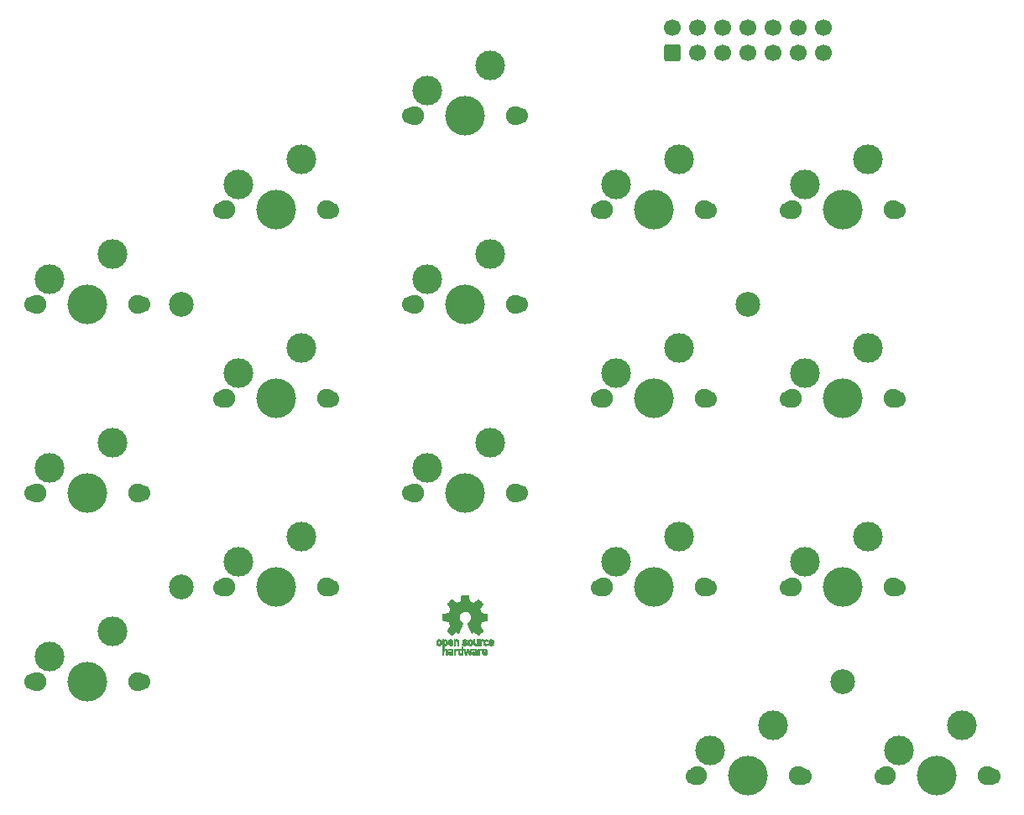
<source format=gts>
%TF.GenerationSoftware,KiCad,Pcbnew,(6.0.4-0)*%
%TF.CreationDate,2022-03-28T14:08:22+08:00*%
%TF.ProjectId,Pragmatic,50726167-6d61-4746-9963-2e6b69636164,3*%
%TF.SameCoordinates,PX5ad6650PY48ab840*%
%TF.FileFunction,Soldermask,Top*%
%TF.FilePolarity,Negative*%
%FSLAX46Y46*%
G04 Gerber Fmt 4.6, Leading zero omitted, Abs format (unit mm)*
G04 Created by KiCad (PCBNEW (6.0.4-0)) date 2022-03-28 14:08:22*
%MOMM*%
%LPD*%
G01*
G04 APERTURE LIST*
G04 Aperture macros list*
%AMRoundRect*
0 Rectangle with rounded corners*
0 $1 Rounding radius*
0 $2 $3 $4 $5 $6 $7 $8 $9 X,Y pos of 4 corners*
0 Add a 4 corners polygon primitive as box body*
4,1,4,$2,$3,$4,$5,$6,$7,$8,$9,$2,$3,0*
0 Add four circle primitives for the rounded corners*
1,1,$1+$1,$2,$3*
1,1,$1+$1,$4,$5*
1,1,$1+$1,$6,$7*
1,1,$1+$1,$8,$9*
0 Add four rect primitives between the rounded corners*
20,1,$1+$1,$2,$3,$4,$5,0*
20,1,$1+$1,$4,$5,$6,$7,0*
20,1,$1+$1,$6,$7,$8,$9,0*
20,1,$1+$1,$8,$9,$2,$3,0*%
G04 Aperture macros list end*
%ADD10C,0.010000*%
%ADD11C,1.701800*%
%ADD12C,1.900000*%
%ADD13C,3.000000*%
%ADD14C,4.000000*%
%ADD15C,2.500000*%
%ADD16RoundRect,0.250000X0.600000X-0.600000X0.600000X0.600000X-0.600000X0.600000X-0.600000X-0.600000X0*%
%ADD17C,1.700000*%
G04 APERTURE END LIST*
G36*
X990237Y-34043305D02*
G01*
X991425Y-34135526D01*
X995767Y-34205573D01*
X1004428Y-34256344D01*
X1018574Y-34290735D01*
X1039370Y-34311642D01*
X1067980Y-34321963D01*
X1103405Y-34324599D01*
X1140506Y-34321645D01*
X1168688Y-34310852D01*
X1189113Y-34289323D01*
X1202949Y-34254162D01*
X1211361Y-34202473D01*
X1215513Y-34131357D01*
X1216573Y-34043305D01*
X1216573Y-33847577D01*
X1354890Y-33847577D01*
X1354890Y-34451142D01*
X1285732Y-34451142D01*
X1244040Y-34449452D01*
X1222571Y-34443519D01*
X1216573Y-34432256D01*
X1212961Y-34422224D01*
X1198584Y-34424346D01*
X1169606Y-34438543D01*
X1103189Y-34460443D01*
X1032745Y-34458891D01*
X965247Y-34435110D01*
X933103Y-34416325D01*
X908585Y-34395985D01*
X890674Y-34370536D01*
X878349Y-34336421D01*
X870593Y-34290084D01*
X866386Y-34227970D01*
X864710Y-34146524D01*
X864494Y-34083541D01*
X864494Y-33847577D01*
X990237Y-33847577D01*
X990237Y-34043305D01*
G37*
D10*
X990237Y-34043305D02*
X991425Y-34135526D01*
X995767Y-34205573D01*
X1004428Y-34256344D01*
X1018574Y-34290735D01*
X1039370Y-34311642D01*
X1067980Y-34321963D01*
X1103405Y-34324599D01*
X1140506Y-34321645D01*
X1168688Y-34310852D01*
X1189113Y-34289323D01*
X1202949Y-34254162D01*
X1211361Y-34202473D01*
X1215513Y-34131357D01*
X1216573Y-34043305D01*
X1216573Y-33847577D01*
X1354890Y-33847577D01*
X1354890Y-34451142D01*
X1285732Y-34451142D01*
X1244040Y-34449452D01*
X1222571Y-34443519D01*
X1216573Y-34432256D01*
X1212961Y-34422224D01*
X1198584Y-34424346D01*
X1169606Y-34438543D01*
X1103189Y-34460443D01*
X1032745Y-34458891D01*
X965247Y-34435110D01*
X933103Y-34416325D01*
X908585Y-34395985D01*
X890674Y-34370536D01*
X878349Y-34336421D01*
X870593Y-34290084D01*
X866386Y-34227970D01*
X864710Y-34146524D01*
X864494Y-34083541D01*
X864494Y-33847577D01*
X990237Y-33847577D01*
X990237Y-34043305D01*
G36*
X-689664Y-35047563D02*
G01*
X-683514Y-34965981D01*
X-670733Y-34904730D01*
X-649471Y-34859449D01*
X-617878Y-34825779D01*
X-587207Y-34806014D01*
X-544354Y-34792120D01*
X-491056Y-34787354D01*
X-436480Y-34791236D01*
X-389792Y-34803282D01*
X-365124Y-34817693D01*
X-339505Y-34840878D01*
X-339505Y-34547773D01*
X-201188Y-34547773D01*
X-201188Y-35402822D01*
X-270346Y-35402822D01*
X-310488Y-35401645D01*
X-331394Y-35396772D01*
X-338922Y-35386186D01*
X-339505Y-35379029D01*
X-340774Y-35364676D01*
X-348779Y-35361923D01*
X-369815Y-35370771D01*
X-386173Y-35379029D01*
X-448977Y-35398597D01*
X-517248Y-35399729D01*
X-572752Y-35385135D01*
X-624438Y-35349877D01*
X-663838Y-35297835D01*
X-685413Y-35236450D01*
X-685962Y-35233018D01*
X-689167Y-35195571D01*
X-690761Y-35141813D01*
X-690633Y-35101155D01*
X-553279Y-35101155D01*
X-550097Y-35155194D01*
X-542859Y-35199735D01*
X-533060Y-35224888D01*
X-495989Y-35259260D01*
X-451974Y-35271582D01*
X-406584Y-35261618D01*
X-367797Y-35231895D01*
X-353108Y-35211905D01*
X-344519Y-35188050D01*
X-340496Y-35153230D01*
X-339505Y-35100930D01*
X-341278Y-35049139D01*
X-345963Y-35003634D01*
X-352603Y-34973181D01*
X-353710Y-34970452D01*
X-380491Y-34938000D01*
X-419579Y-34920183D01*
X-463315Y-34917306D01*
X-504038Y-34929674D01*
X-534087Y-34957593D01*
X-537204Y-34963148D01*
X-546961Y-34997022D01*
X-552277Y-35045728D01*
X-553279Y-35101155D01*
X-690633Y-35101155D01*
X-690568Y-35080540D01*
X-689664Y-35047563D01*
G37*
X-689664Y-35047563D02*
X-683514Y-34965981D01*
X-670733Y-34904730D01*
X-649471Y-34859449D01*
X-617878Y-34825779D01*
X-587207Y-34806014D01*
X-544354Y-34792120D01*
X-491056Y-34787354D01*
X-436480Y-34791236D01*
X-389792Y-34803282D01*
X-365124Y-34817693D01*
X-339505Y-34840878D01*
X-339505Y-34547773D01*
X-201188Y-34547773D01*
X-201188Y-35402822D01*
X-270346Y-35402822D01*
X-310488Y-35401645D01*
X-331394Y-35396772D01*
X-338922Y-35386186D01*
X-339505Y-35379029D01*
X-340774Y-35364676D01*
X-348779Y-35361923D01*
X-369815Y-35370771D01*
X-386173Y-35379029D01*
X-448977Y-35398597D01*
X-517248Y-35399729D01*
X-572752Y-35385135D01*
X-624438Y-35349877D01*
X-663838Y-35297835D01*
X-685413Y-35236450D01*
X-685962Y-35233018D01*
X-689167Y-35195571D01*
X-690761Y-35141813D01*
X-690633Y-35101155D01*
X-553279Y-35101155D01*
X-550097Y-35155194D01*
X-542859Y-35199735D01*
X-533060Y-35224888D01*
X-495989Y-35259260D01*
X-451974Y-35271582D01*
X-406584Y-35261618D01*
X-367797Y-35231895D01*
X-353108Y-35211905D01*
X-344519Y-35188050D01*
X-340496Y-35153230D01*
X-339505Y-35100930D01*
X-341278Y-35049139D01*
X-345963Y-35003634D01*
X-352603Y-34973181D01*
X-353710Y-34970452D01*
X-380491Y-34938000D01*
X-419579Y-34920183D01*
X-463315Y-34917306D01*
X-504038Y-34929674D01*
X-534087Y-34957593D01*
X-537204Y-34963148D01*
X-546961Y-34997022D01*
X-552277Y-35045728D01*
X-553279Y-35101155D01*
X-690633Y-35101155D01*
X-690568Y-35080540D01*
X-689664Y-35047563D01*
G36*
X10887Y-33845415D02*
G01*
X58504Y-33854445D01*
X107904Y-33873333D01*
X113182Y-33875740D01*
X150644Y-33895439D01*
X176587Y-33913744D01*
X184973Y-33925471D01*
X176987Y-33944595D01*
X157590Y-33972813D01*
X148980Y-33983347D01*
X113498Y-34024810D01*
X67755Y-33997821D01*
X24220Y-33979841D01*
X-26080Y-33970230D01*
X-74318Y-33969623D01*
X-111663Y-33978654D01*
X-120625Y-33984290D01*
X-137693Y-34010134D01*
X-139767Y-34039904D01*
X-126996Y-34063160D01*
X-119442Y-34067671D01*
X-96805Y-34073272D01*
X-57015Y-34079855D01*
X-7964Y-34086146D01*
X1085Y-34087133D01*
X79866Y-34100761D01*
X137006Y-34123909D01*
X174900Y-34158715D01*
X195949Y-34207317D01*
X202505Y-34266681D01*
X193447Y-34334161D01*
X164034Y-34387151D01*
X114148Y-34425746D01*
X43670Y-34450044D01*
X-34565Y-34459630D01*
X-98364Y-34459515D01*
X-150114Y-34450808D01*
X-185457Y-34438788D01*
X-230113Y-34417843D01*
X-271383Y-34393537D01*
X-286051Y-34382839D01*
X-323773Y-34352047D01*
X-278278Y-34306012D01*
X-232783Y-34259976D01*
X-181058Y-34294206D01*
X-129178Y-34319915D01*
X-73779Y-34333362D01*
X-20525Y-34334781D01*
X24919Y-34324406D01*
X56886Y-34302470D01*
X67208Y-34283961D01*
X65659Y-34254277D01*
X40010Y-34231578D01*
X-9670Y-34215903D01*
X-64099Y-34208658D01*
X-147866Y-34194836D01*
X-210097Y-34168759D01*
X-251623Y-34129662D01*
X-273277Y-34076783D01*
X-276277Y-34014089D01*
X-261459Y-33948605D01*
X-227676Y-33899107D01*
X-174625Y-33865371D01*
X-102004Y-33847170D01*
X-48202Y-33843602D01*
X10887Y-33845415D01*
G37*
X10887Y-33845415D02*
X58504Y-33854445D01*
X107904Y-33873333D01*
X113182Y-33875740D01*
X150644Y-33895439D01*
X176587Y-33913744D01*
X184973Y-33925471D01*
X176987Y-33944595D01*
X157590Y-33972813D01*
X148980Y-33983347D01*
X113498Y-34024810D01*
X67755Y-33997821D01*
X24220Y-33979841D01*
X-26080Y-33970230D01*
X-74318Y-33969623D01*
X-111663Y-33978654D01*
X-120625Y-33984290D01*
X-137693Y-34010134D01*
X-139767Y-34039904D01*
X-126996Y-34063160D01*
X-119442Y-34067671D01*
X-96805Y-34073272D01*
X-57015Y-34079855D01*
X-7964Y-34086146D01*
X1085Y-34087133D01*
X79866Y-34100761D01*
X137006Y-34123909D01*
X174900Y-34158715D01*
X195949Y-34207317D01*
X202505Y-34266681D01*
X193447Y-34334161D01*
X164034Y-34387151D01*
X114148Y-34425746D01*
X43670Y-34450044D01*
X-34565Y-34459630D01*
X-98364Y-34459515D01*
X-150114Y-34450808D01*
X-185457Y-34438788D01*
X-230113Y-34417843D01*
X-271383Y-34393537D01*
X-286051Y-34382839D01*
X-323773Y-34352047D01*
X-278278Y-34306012D01*
X-232783Y-34259976D01*
X-181058Y-34294206D01*
X-129178Y-34319915D01*
X-73779Y-34333362D01*
X-20525Y-34334781D01*
X24919Y-34324406D01*
X56886Y-34302470D01*
X67208Y-34283961D01*
X65659Y-34254277D01*
X40010Y-34231578D01*
X-9670Y-34215903D01*
X-64099Y-34208658D01*
X-147866Y-34194836D01*
X-210097Y-34168759D01*
X-251623Y-34129662D01*
X-273277Y-34076783D01*
X-276277Y-34014089D01*
X-261459Y-33948605D01*
X-227676Y-33899107D01*
X-174625Y-33865371D01*
X-102004Y-33847170D01*
X-48202Y-33843602D01*
X10887Y-33845415D01*
G36*
X733533Y-35124207D02*
G01*
X764494Y-35085543D01*
X783246Y-35068827D01*
X801603Y-35057841D01*
X825489Y-35051143D01*
X860827Y-35047289D01*
X913539Y-35044836D01*
X934447Y-35044131D01*
X1065682Y-35039842D01*
X1065490Y-35000121D01*
X1060407Y-34958368D01*
X1042032Y-34933121D01*
X1004909Y-34916993D01*
X1003913Y-34916705D01*
X951280Y-34910363D01*
X899776Y-34918647D01*
X861500Y-34938790D01*
X846142Y-34948736D01*
X829600Y-34947360D01*
X804145Y-34932950D01*
X789198Y-34922780D01*
X759961Y-34901051D01*
X741850Y-34884763D01*
X738944Y-34880100D01*
X750910Y-34855968D01*
X786266Y-34827148D01*
X801623Y-34817424D01*
X845771Y-34800677D01*
X905268Y-34791190D01*
X971357Y-34789058D01*
X1035281Y-34794380D01*
X1088281Y-34807253D01*
X1103601Y-34814073D01*
X1133298Y-34831937D01*
X1156090Y-34852056D01*
X1172953Y-34877925D01*
X1184868Y-34913036D01*
X1192812Y-34960883D01*
X1197764Y-35024959D01*
X1200701Y-35108757D01*
X1201817Y-35164731D01*
X1205922Y-35406785D01*
X1135802Y-35406785D01*
X1093263Y-35405001D01*
X1071346Y-35398905D01*
X1065682Y-35388669D01*
X1062691Y-35377600D01*
X1049321Y-35379717D01*
X1031103Y-35388592D01*
X985494Y-35402196D01*
X926877Y-35405862D01*
X865224Y-35399866D01*
X810508Y-35384484D01*
X805600Y-35382349D01*
X755593Y-35347218D01*
X722626Y-35298382D01*
X707457Y-35241296D01*
X708616Y-35220787D01*
X832378Y-35220787D01*
X843283Y-35248388D01*
X875615Y-35268167D01*
X927780Y-35278782D01*
X955657Y-35280191D01*
X1002117Y-35276583D01*
X1032999Y-35262560D01*
X1040534Y-35255894D01*
X1060946Y-35219629D01*
X1065682Y-35186736D01*
X1065682Y-35142726D01*
X1004383Y-35142726D01*
X933126Y-35146358D01*
X883146Y-35157781D01*
X851566Y-35177787D01*
X844496Y-35186706D01*
X832378Y-35220787D01*
X708616Y-35220787D01*
X710841Y-35181419D01*
X733533Y-35124207D01*
G37*
X733533Y-35124207D02*
X764494Y-35085543D01*
X783246Y-35068827D01*
X801603Y-35057841D01*
X825489Y-35051143D01*
X860827Y-35047289D01*
X913539Y-35044836D01*
X934447Y-35044131D01*
X1065682Y-35039842D01*
X1065490Y-35000121D01*
X1060407Y-34958368D01*
X1042032Y-34933121D01*
X1004909Y-34916993D01*
X1003913Y-34916705D01*
X951280Y-34910363D01*
X899776Y-34918647D01*
X861500Y-34938790D01*
X846142Y-34948736D01*
X829600Y-34947360D01*
X804145Y-34932950D01*
X789198Y-34922780D01*
X759961Y-34901051D01*
X741850Y-34884763D01*
X738944Y-34880100D01*
X750910Y-34855968D01*
X786266Y-34827148D01*
X801623Y-34817424D01*
X845771Y-34800677D01*
X905268Y-34791190D01*
X971357Y-34789058D01*
X1035281Y-34794380D01*
X1088281Y-34807253D01*
X1103601Y-34814073D01*
X1133298Y-34831937D01*
X1156090Y-34852056D01*
X1172953Y-34877925D01*
X1184868Y-34913036D01*
X1192812Y-34960883D01*
X1197764Y-35024959D01*
X1200701Y-35108757D01*
X1201817Y-35164731D01*
X1205922Y-35406785D01*
X1135802Y-35406785D01*
X1093263Y-35405001D01*
X1071346Y-35398905D01*
X1065682Y-35388669D01*
X1062691Y-35377600D01*
X1049321Y-35379717D01*
X1031103Y-35388592D01*
X985494Y-35402196D01*
X926877Y-35405862D01*
X865224Y-35399866D01*
X810508Y-35384484D01*
X805600Y-35382349D01*
X755593Y-35347218D01*
X722626Y-35298382D01*
X707457Y-35241296D01*
X708616Y-35220787D01*
X832378Y-35220787D01*
X843283Y-35248388D01*
X875615Y-35268167D01*
X927780Y-35278782D01*
X955657Y-35280191D01*
X1002117Y-35276583D01*
X1032999Y-35262560D01*
X1040534Y-35255894D01*
X1060946Y-35219629D01*
X1065682Y-35186736D01*
X1065682Y-35142726D01*
X1004383Y-35142726D01*
X933126Y-35146358D01*
X883146Y-35157781D01*
X851566Y-35177787D01*
X844496Y-35186706D01*
X832378Y-35220787D01*
X708616Y-35220787D01*
X710841Y-35181419D01*
X733533Y-35124207D01*
G36*
X282258Y-33999464D02*
G01*
X315899Y-33931493D01*
X365888Y-33882627D01*
X432226Y-33852862D01*
X446471Y-33849411D01*
X532080Y-33841308D01*
X607632Y-33855018D01*
X671233Y-33889655D01*
X720993Y-33944335D01*
X744438Y-33988805D01*
X754504Y-34028084D01*
X761026Y-34084079D01*
X763821Y-34148584D01*
X762706Y-34213392D01*
X757496Y-34270297D01*
X751411Y-34300690D01*
X730884Y-34342269D01*
X695333Y-34386431D01*
X652489Y-34425050D01*
X610081Y-34449997D01*
X609047Y-34450393D01*
X556423Y-34461294D01*
X494058Y-34461564D01*
X434794Y-34451639D01*
X411910Y-34443685D01*
X352972Y-34410263D01*
X310760Y-34366474D01*
X283026Y-34308501D01*
X267521Y-34232528D01*
X264013Y-34192734D01*
X264460Y-34142729D01*
X399246Y-34142729D01*
X403787Y-34215695D01*
X416856Y-34271297D01*
X437626Y-34306824D01*
X452422Y-34316983D01*
X490334Y-34324067D01*
X535397Y-34321970D01*
X574357Y-34311775D01*
X584574Y-34306167D01*
X611529Y-34273501D01*
X629321Y-34223508D01*
X636894Y-34162668D01*
X633195Y-34097460D01*
X624927Y-34058216D01*
X601190Y-34012768D01*
X563719Y-33984359D01*
X518590Y-33974536D01*
X471881Y-33984850D01*
X436002Y-34010075D01*
X417147Y-34030888D01*
X406142Y-34051402D01*
X400896Y-34079166D01*
X399319Y-34121725D01*
X399246Y-34142729D01*
X264460Y-34142729D01*
X264964Y-34086543D01*
X282258Y-33999464D01*
G37*
X282258Y-33999464D02*
X315899Y-33931493D01*
X365888Y-33882627D01*
X432226Y-33852862D01*
X446471Y-33849411D01*
X532080Y-33841308D01*
X607632Y-33855018D01*
X671233Y-33889655D01*
X720993Y-33944335D01*
X744438Y-33988805D01*
X754504Y-34028084D01*
X761026Y-34084079D01*
X763821Y-34148584D01*
X762706Y-34213392D01*
X757496Y-34270297D01*
X751411Y-34300690D01*
X730884Y-34342269D01*
X695333Y-34386431D01*
X652489Y-34425050D01*
X610081Y-34449997D01*
X609047Y-34450393D01*
X556423Y-34461294D01*
X494058Y-34461564D01*
X434794Y-34451639D01*
X411910Y-34443685D01*
X352972Y-34410263D01*
X310760Y-34366474D01*
X283026Y-34308501D01*
X267521Y-34232528D01*
X264013Y-34192734D01*
X264460Y-34142729D01*
X399246Y-34142729D01*
X403787Y-34215695D01*
X416856Y-34271297D01*
X437626Y-34306824D01*
X452422Y-34316983D01*
X490334Y-34324067D01*
X535397Y-34321970D01*
X574357Y-34311775D01*
X584574Y-34306167D01*
X611529Y-34273501D01*
X629321Y-34223508D01*
X636894Y-34162668D01*
X633195Y-34097460D01*
X624927Y-34058216D01*
X601190Y-34012768D01*
X563719Y-33984359D01*
X518590Y-33974536D01*
X471881Y-33984850D01*
X436002Y-34010075D01*
X417147Y-34030888D01*
X406142Y-34051402D01*
X400896Y-34079166D01*
X399319Y-34121725D01*
X399246Y-34142729D01*
X264460Y-34142729D01*
X264964Y-34086543D01*
X282258Y-33999464D01*
G36*
X-996486Y-34791983D02*
G01*
X-977669Y-34797623D01*
X-971603Y-34810016D01*
X-971348Y-34815610D01*
X-970259Y-34831193D01*
X-962762Y-34833639D01*
X-942511Y-34822956D01*
X-930481Y-34815657D01*
X-892530Y-34800026D01*
X-847202Y-34792297D01*
X-799674Y-34791703D01*
X-755125Y-34797476D01*
X-718732Y-34808847D01*
X-695673Y-34825051D01*
X-691126Y-34845318D01*
X-693421Y-34850806D01*
X-710150Y-34873589D01*
X-736093Y-34901610D01*
X-740785Y-34906140D01*
X-765513Y-34926968D01*
X-786848Y-34933698D01*
X-816685Y-34929001D01*
X-828638Y-34925880D01*
X-865835Y-34918384D01*
X-891989Y-34921755D01*
X-914076Y-34933644D01*
X-934308Y-34949598D01*
X-949209Y-34969663D01*
X-959564Y-34997665D01*
X-966159Y-35037430D01*
X-969779Y-35092786D01*
X-971208Y-35167557D01*
X-971348Y-35212703D01*
X-971348Y-35406785D01*
X-1097090Y-35406785D01*
X-1097090Y-34790646D01*
X-1034219Y-34790646D01*
X-996486Y-34791983D01*
G37*
X-996486Y-34791983D02*
X-977669Y-34797623D01*
X-971603Y-34810016D01*
X-971348Y-34815610D01*
X-970259Y-34831193D01*
X-962762Y-34833639D01*
X-942511Y-34822956D01*
X-930481Y-34815657D01*
X-892530Y-34800026D01*
X-847202Y-34792297D01*
X-799674Y-34791703D01*
X-755125Y-34797476D01*
X-718732Y-34808847D01*
X-695673Y-34825051D01*
X-691126Y-34845318D01*
X-693421Y-34850806D01*
X-710150Y-34873589D01*
X-736093Y-34901610D01*
X-740785Y-34906140D01*
X-765513Y-34926968D01*
X-786848Y-34933698D01*
X-816685Y-34929001D01*
X-828638Y-34925880D01*
X-865835Y-34918384D01*
X-891989Y-34921755D01*
X-914076Y-34933644D01*
X-934308Y-34949598D01*
X-949209Y-34969663D01*
X-959564Y-34997665D01*
X-966159Y-35037430D01*
X-969779Y-35092786D01*
X-971208Y-35167557D01*
X-971348Y-35212703D01*
X-971348Y-35406785D01*
X-1097090Y-35406785D01*
X-1097090Y-34790646D01*
X-1034219Y-34790646D01*
X-996486Y-34791983D01*
G36*
X-1683840Y-35112808D02*
G01*
X-1640078Y-35070610D01*
X-1634029Y-35066771D01*
X-1608037Y-35054272D01*
X-1575865Y-35046703D01*
X-1530890Y-35043024D01*
X-1477461Y-35042179D01*
X-1361150Y-35042132D01*
X-1361150Y-34993374D01*
X-1366083Y-34955544D01*
X-1378673Y-34930199D01*
X-1380147Y-34928850D01*
X-1408164Y-34917763D01*
X-1450456Y-34913466D01*
X-1497194Y-34915578D01*
X-1538548Y-34923719D01*
X-1563087Y-34935928D01*
X-1576383Y-34945709D01*
X-1590424Y-34947576D01*
X-1609801Y-34939563D01*
X-1639106Y-34919702D01*
X-1682933Y-34886026D01*
X-1686955Y-34882872D01*
X-1684894Y-34871199D01*
X-1667698Y-34851785D01*
X-1641563Y-34830211D01*
X-1612682Y-34812059D01*
X-1603608Y-34807772D01*
X-1570510Y-34799219D01*
X-1522010Y-34793118D01*
X-1467825Y-34790671D01*
X-1465291Y-34790666D01*
X-1387340Y-34795518D01*
X-1328185Y-34811302D01*
X-1283153Y-34839911D01*
X-1251376Y-34877382D01*
X-1241496Y-34893374D01*
X-1234203Y-34910126D01*
X-1229104Y-34931555D01*
X-1225809Y-34961579D01*
X-1223927Y-35004117D01*
X-1223067Y-35063085D01*
X-1222837Y-35142403D01*
X-1222833Y-35163447D01*
X-1222833Y-35406785D01*
X-1283189Y-35406785D01*
X-1321687Y-35404089D01*
X-1350153Y-35397258D01*
X-1357285Y-35393046D01*
X-1376782Y-35385776D01*
X-1396696Y-35393046D01*
X-1429483Y-35402123D01*
X-1477108Y-35405776D01*
X-1529894Y-35404191D01*
X-1578166Y-35397552D01*
X-1606348Y-35389035D01*
X-1660883Y-35354026D01*
X-1694965Y-35305442D01*
X-1710287Y-35240845D01*
X-1710429Y-35239186D01*
X-1709085Y-35210529D01*
X-1587486Y-35210529D01*
X-1576856Y-35243124D01*
X-1559540Y-35261468D01*
X-1524782Y-35275342D01*
X-1478903Y-35280880D01*
X-1432118Y-35278154D01*
X-1394644Y-35267237D01*
X-1384145Y-35260232D01*
X-1365798Y-35227867D01*
X-1361150Y-35191074D01*
X-1361150Y-35142726D01*
X-1430712Y-35142726D01*
X-1496797Y-35147813D01*
X-1546894Y-35162226D01*
X-1578059Y-35184692D01*
X-1587486Y-35210529D01*
X-1709085Y-35210529D01*
X-1707117Y-35168610D01*
X-1683840Y-35112808D01*
G37*
X-1683840Y-35112808D02*
X-1640078Y-35070610D01*
X-1634029Y-35066771D01*
X-1608037Y-35054272D01*
X-1575865Y-35046703D01*
X-1530890Y-35043024D01*
X-1477461Y-35042179D01*
X-1361150Y-35042132D01*
X-1361150Y-34993374D01*
X-1366083Y-34955544D01*
X-1378673Y-34930199D01*
X-1380147Y-34928850D01*
X-1408164Y-34917763D01*
X-1450456Y-34913466D01*
X-1497194Y-34915578D01*
X-1538548Y-34923719D01*
X-1563087Y-34935928D01*
X-1576383Y-34945709D01*
X-1590424Y-34947576D01*
X-1609801Y-34939563D01*
X-1639106Y-34919702D01*
X-1682933Y-34886026D01*
X-1686955Y-34882872D01*
X-1684894Y-34871199D01*
X-1667698Y-34851785D01*
X-1641563Y-34830211D01*
X-1612682Y-34812059D01*
X-1603608Y-34807772D01*
X-1570510Y-34799219D01*
X-1522010Y-34793118D01*
X-1467825Y-34790671D01*
X-1465291Y-34790666D01*
X-1387340Y-34795518D01*
X-1328185Y-34811302D01*
X-1283153Y-34839911D01*
X-1251376Y-34877382D01*
X-1241496Y-34893374D01*
X-1234203Y-34910126D01*
X-1229104Y-34931555D01*
X-1225809Y-34961579D01*
X-1223927Y-35004117D01*
X-1223067Y-35063085D01*
X-1222837Y-35142403D01*
X-1222833Y-35163447D01*
X-1222833Y-35406785D01*
X-1283189Y-35406785D01*
X-1321687Y-35404089D01*
X-1350153Y-35397258D01*
X-1357285Y-35393046D01*
X-1376782Y-35385776D01*
X-1396696Y-35393046D01*
X-1429483Y-35402123D01*
X-1477108Y-35405776D01*
X-1529894Y-35404191D01*
X-1578166Y-35397552D01*
X-1606348Y-35389035D01*
X-1660883Y-35354026D01*
X-1694965Y-35305442D01*
X-1710287Y-35240845D01*
X-1710429Y-35239186D01*
X-1709085Y-35210529D01*
X-1587486Y-35210529D01*
X-1576856Y-35243124D01*
X-1559540Y-35261468D01*
X-1524782Y-35275342D01*
X-1478903Y-35280880D01*
X-1432118Y-35278154D01*
X-1394644Y-35267237D01*
X-1384145Y-35260232D01*
X-1365798Y-35227867D01*
X-1361150Y-35191074D01*
X-1361150Y-35142726D01*
X-1430712Y-35142726D01*
X-1496797Y-35147813D01*
X-1546894Y-35162226D01*
X-1578059Y-35184692D01*
X-1587486Y-35210529D01*
X-1709085Y-35210529D01*
X-1707117Y-35168610D01*
X-1683840Y-35112808D01*
G36*
X-1669168Y-33948988D02*
G01*
X-1636937Y-33909602D01*
X-1577347Y-33866894D01*
X-1507298Y-33844072D01*
X-1432791Y-33842009D01*
X-1359829Y-33861577D01*
X-1347298Y-33867477D01*
X-1303929Y-33899246D01*
X-1262920Y-33945609D01*
X-1232298Y-33996659D01*
X-1223589Y-34020129D01*
X-1215642Y-34062054D01*
X-1210904Y-34112720D01*
X-1210329Y-34133642D01*
X-1210259Y-34199656D01*
X-1590213Y-34199656D01*
X-1582113Y-34234236D01*
X-1562234Y-34275133D01*
X-1527477Y-34310477D01*
X-1486128Y-34333245D01*
X-1459779Y-34337973D01*
X-1424046Y-34332236D01*
X-1381412Y-34317845D01*
X-1366929Y-34311225D01*
X-1313370Y-34284476D01*
X-1267663Y-34319339D01*
X-1241288Y-34342918D01*
X-1227254Y-34362380D01*
X-1226544Y-34368092D01*
X-1239081Y-34381936D01*
X-1266558Y-34402975D01*
X-1291496Y-34419388D01*
X-1358794Y-34448893D01*
X-1434240Y-34462247D01*
X-1509018Y-34458775D01*
X-1568625Y-34440626D01*
X-1630071Y-34401747D01*
X-1673738Y-34350558D01*
X-1701056Y-34284330D01*
X-1713452Y-34200334D01*
X-1714551Y-34161899D01*
X-1710152Y-34073824D01*
X-1709612Y-34071262D01*
X-1583712Y-34071262D01*
X-1580245Y-34079521D01*
X-1565993Y-34084076D01*
X-1536600Y-34086028D01*
X-1487705Y-34086480D01*
X-1468878Y-34086488D01*
X-1411597Y-34085806D01*
X-1375271Y-34083327D01*
X-1355734Y-34078406D01*
X-1348820Y-34070397D01*
X-1348575Y-34067825D01*
X-1356466Y-34047386D01*
X-1376215Y-34018752D01*
X-1384705Y-34008726D01*
X-1416224Y-33980371D01*
X-1449079Y-33969222D01*
X-1466781Y-33968290D01*
X-1514669Y-33979944D01*
X-1554829Y-34011248D01*
X-1580303Y-34056715D01*
X-1580755Y-34058196D01*
X-1583712Y-34071262D01*
X-1709612Y-34071262D01*
X-1695522Y-34004473D01*
X-1669168Y-33948988D01*
G37*
X-1669168Y-33948988D02*
X-1636937Y-33909602D01*
X-1577347Y-33866894D01*
X-1507298Y-33844072D01*
X-1432791Y-33842009D01*
X-1359829Y-33861577D01*
X-1347298Y-33867477D01*
X-1303929Y-33899246D01*
X-1262920Y-33945609D01*
X-1232298Y-33996659D01*
X-1223589Y-34020129D01*
X-1215642Y-34062054D01*
X-1210904Y-34112720D01*
X-1210329Y-34133642D01*
X-1210259Y-34199656D01*
X-1590213Y-34199656D01*
X-1582113Y-34234236D01*
X-1562234Y-34275133D01*
X-1527477Y-34310477D01*
X-1486128Y-34333245D01*
X-1459779Y-34337973D01*
X-1424046Y-34332236D01*
X-1381412Y-34317845D01*
X-1366929Y-34311225D01*
X-1313370Y-34284476D01*
X-1267663Y-34319339D01*
X-1241288Y-34342918D01*
X-1227254Y-34362380D01*
X-1226544Y-34368092D01*
X-1239081Y-34381936D01*
X-1266558Y-34402975D01*
X-1291496Y-34419388D01*
X-1358794Y-34448893D01*
X-1434240Y-34462247D01*
X-1509018Y-34458775D01*
X-1568625Y-34440626D01*
X-1630071Y-34401747D01*
X-1673738Y-34350558D01*
X-1701056Y-34284330D01*
X-1713452Y-34200334D01*
X-1714551Y-34161899D01*
X-1710152Y-34073824D01*
X-1709612Y-34071262D01*
X-1583712Y-34071262D01*
X-1580245Y-34079521D01*
X-1565993Y-34084076D01*
X-1536600Y-34086028D01*
X-1487705Y-34086480D01*
X-1468878Y-34086488D01*
X-1411597Y-34085806D01*
X-1375271Y-34083327D01*
X-1355734Y-34078406D01*
X-1348820Y-34070397D01*
X-1348575Y-34067825D01*
X-1356466Y-34047386D01*
X-1376215Y-34018752D01*
X-1384705Y-34008726D01*
X-1416224Y-33980371D01*
X-1449079Y-33969222D01*
X-1466781Y-33968290D01*
X-1514669Y-33979944D01*
X-1554829Y-34011248D01*
X-1580303Y-34056715D01*
X-1580755Y-34058196D01*
X-1583712Y-34071262D01*
X-1709612Y-34071262D01*
X-1695522Y-34004473D01*
X-1669168Y-33948988D01*
G36*
X1796330Y-33846993D02*
G01*
X1839581Y-33860208D01*
X1867428Y-33876904D01*
X1876499Y-33890108D01*
X1874002Y-33905760D01*
X1857801Y-33930348D01*
X1844102Y-33947763D01*
X1815862Y-33979246D01*
X1794645Y-33992492D01*
X1776558Y-33991627D01*
X1722905Y-33977973D01*
X1683500Y-33978593D01*
X1651502Y-33994067D01*
X1640760Y-34003124D01*
X1606375Y-34034990D01*
X1606375Y-34451142D01*
X1468058Y-34451142D01*
X1468058Y-33847577D01*
X1537217Y-33847577D01*
X1578739Y-33849219D01*
X1600161Y-33855050D01*
X1606372Y-33866424D01*
X1606375Y-33866761D01*
X1609309Y-33878676D01*
X1622574Y-33877122D01*
X1640954Y-33868526D01*
X1678916Y-33852531D01*
X1709742Y-33842908D01*
X1749406Y-33840441D01*
X1796330Y-33846993D01*
G37*
X1796330Y-33846993D02*
X1839581Y-33860208D01*
X1867428Y-33876904D01*
X1876499Y-33890108D01*
X1874002Y-33905760D01*
X1857801Y-33930348D01*
X1844102Y-33947763D01*
X1815862Y-33979246D01*
X1794645Y-33992492D01*
X1776558Y-33991627D01*
X1722905Y-33977973D01*
X1683500Y-33978593D01*
X1651502Y-33994067D01*
X1640760Y-34003124D01*
X1606375Y-34034990D01*
X1606375Y-34451142D01*
X1468058Y-34451142D01*
X1468058Y-33847577D01*
X1537217Y-33847577D01*
X1578739Y-33849219D01*
X1600161Y-33855050D01*
X1606372Y-33866424D01*
X1606375Y-33866761D01*
X1609309Y-33878676D01*
X1622574Y-33877122D01*
X1640954Y-33868526D01*
X1678916Y-33852531D01*
X1709742Y-33842908D01*
X1749406Y-33840441D01*
X1796330Y-33846993D01*
G36*
X2425568Y-33953154D02*
G01*
X2471571Y-33897742D01*
X2529691Y-33859972D01*
X2598050Y-33841859D01*
X2674768Y-33845420D01*
X2706966Y-33853242D01*
X2768695Y-33881884D01*
X2821480Y-33925630D01*
X2858011Y-33978080D01*
X2863030Y-33989856D01*
X2869915Y-34020703D01*
X2874734Y-34066334D01*
X2876375Y-34112455D01*
X2876375Y-34199656D01*
X2694048Y-34199656D01*
X2618849Y-34199941D01*
X2565873Y-34201667D01*
X2532195Y-34206144D01*
X2514890Y-34214683D01*
X2511033Y-34228593D01*
X2517699Y-34249185D01*
X2529640Y-34273278D01*
X2562950Y-34313488D01*
X2609238Y-34333521D01*
X2665814Y-34332868D01*
X2729901Y-34311064D01*
X2785287Y-34284156D01*
X2831245Y-34320495D01*
X2877203Y-34356835D01*
X2833966Y-34396782D01*
X2776244Y-34434526D01*
X2705256Y-34457283D01*
X2628899Y-34463651D01*
X2555069Y-34452231D01*
X2543157Y-34448356D01*
X2478269Y-34414469D01*
X2430000Y-34363949D01*
X2397335Y-34295288D01*
X2379255Y-34206977D01*
X2379045Y-34205084D01*
X2377426Y-34108841D01*
X2383970Y-34074505D01*
X2511722Y-34074505D01*
X2523454Y-34079785D01*
X2555308Y-34083830D01*
X2602267Y-34086139D01*
X2632024Y-34086488D01*
X2687518Y-34086269D01*
X2722216Y-34084879D01*
X2740471Y-34081214D01*
X2746636Y-34074173D01*
X2745065Y-34062653D01*
X2743748Y-34058196D01*
X2721252Y-34016318D01*
X2685873Y-33982567D01*
X2654650Y-33967736D01*
X2613171Y-33968631D01*
X2571139Y-33987127D01*
X2535882Y-34017749D01*
X2514724Y-34055025D01*
X2511722Y-34074505D01*
X2383970Y-34074505D01*
X2393560Y-34024192D01*
X2425568Y-33953154D01*
G37*
X2425568Y-33953154D02*
X2471571Y-33897742D01*
X2529691Y-33859972D01*
X2598050Y-33841859D01*
X2674768Y-33845420D01*
X2706966Y-33853242D01*
X2768695Y-33881884D01*
X2821480Y-33925630D01*
X2858011Y-33978080D01*
X2863030Y-33989856D01*
X2869915Y-34020703D01*
X2874734Y-34066334D01*
X2876375Y-34112455D01*
X2876375Y-34199656D01*
X2694048Y-34199656D01*
X2618849Y-34199941D01*
X2565873Y-34201667D01*
X2532195Y-34206144D01*
X2514890Y-34214683D01*
X2511033Y-34228593D01*
X2517699Y-34249185D01*
X2529640Y-34273278D01*
X2562950Y-34313488D01*
X2609238Y-34333521D01*
X2665814Y-34332868D01*
X2729901Y-34311064D01*
X2785287Y-34284156D01*
X2831245Y-34320495D01*
X2877203Y-34356835D01*
X2833966Y-34396782D01*
X2776244Y-34434526D01*
X2705256Y-34457283D01*
X2628899Y-34463651D01*
X2555069Y-34452231D01*
X2543157Y-34448356D01*
X2478269Y-34414469D01*
X2430000Y-34363949D01*
X2397335Y-34295288D01*
X2379255Y-34206977D01*
X2379045Y-34205084D01*
X2377426Y-34108841D01*
X2383970Y-34074505D01*
X2511722Y-34074505D01*
X2523454Y-34079785D01*
X2555308Y-34083830D01*
X2602267Y-34086139D01*
X2632024Y-34086488D01*
X2687518Y-34086269D01*
X2722216Y-34084879D01*
X2740471Y-34081214D01*
X2746636Y-34074173D01*
X2745065Y-34062653D01*
X2743748Y-34058196D01*
X2721252Y-34016318D01*
X2685873Y-33982567D01*
X2654650Y-33967736D01*
X2613171Y-33968631D01*
X2571139Y-33987127D01*
X2535882Y-34017749D01*
X2514724Y-34055025D01*
X2511722Y-34074505D01*
X2383970Y-34074505D01*
X2393560Y-34024192D01*
X2425568Y-33953154D01*
G36*
X1760925Y-34919912D02*
G01*
X1797340Y-34860226D01*
X1849167Y-34819512D01*
X1916860Y-34797142D01*
X1953532Y-34792834D01*
X2029451Y-34793933D01*
X2089555Y-34809560D01*
X2139891Y-34841811D01*
X2164263Y-34865903D01*
X2204215Y-34922858D01*
X2227112Y-34988928D01*
X2234978Y-35070145D01*
X2235018Y-35076711D01*
X2235088Y-35142726D01*
X1855134Y-35142726D01*
X1863233Y-35177305D01*
X1877857Y-35208622D01*
X1903451Y-35241254D01*
X1908805Y-35246463D01*
X1954813Y-35274657D01*
X2007280Y-35279438D01*
X2067673Y-35260889D01*
X2077910Y-35255894D01*
X2109309Y-35240708D01*
X2130340Y-35232057D01*
X2134009Y-35231256D01*
X2146818Y-35239026D01*
X2171248Y-35258035D01*
X2183649Y-35268423D01*
X2209346Y-35292284D01*
X2217785Y-35308040D01*
X2211928Y-35322534D01*
X2208798Y-35326497D01*
X2187595Y-35343842D01*
X2152608Y-35364922D01*
X2128207Y-35377228D01*
X2058942Y-35398909D01*
X1982258Y-35405934D01*
X1909635Y-35397610D01*
X1889296Y-35391649D01*
X1826346Y-35357915D01*
X1779685Y-35306008D01*
X1749043Y-35235422D01*
X1734152Y-35145655D01*
X1732517Y-35098716D01*
X1737291Y-35030376D01*
X1857860Y-35030376D01*
X1869522Y-35035428D01*
X1900868Y-35039392D01*
X1946441Y-35041731D01*
X1977316Y-35042132D01*
X2032851Y-35041746D01*
X2067903Y-35039938D01*
X2087132Y-35035736D01*
X2095200Y-35028166D01*
X2096771Y-35017181D01*
X2085991Y-34983344D01*
X2058850Y-34949903D01*
X2023147Y-34924235D01*
X1987430Y-34913735D01*
X1938918Y-34923049D01*
X1896923Y-34949976D01*
X1867806Y-34988790D01*
X1857860Y-35030376D01*
X1737291Y-35030376D01*
X1739469Y-34999199D01*
X1760925Y-34919912D01*
G37*
X1760925Y-34919912D02*
X1797340Y-34860226D01*
X1849167Y-34819512D01*
X1916860Y-34797142D01*
X1953532Y-34792834D01*
X2029451Y-34793933D01*
X2089555Y-34809560D01*
X2139891Y-34841811D01*
X2164263Y-34865903D01*
X2204215Y-34922858D01*
X2227112Y-34988928D01*
X2234978Y-35070145D01*
X2235018Y-35076711D01*
X2235088Y-35142726D01*
X1855134Y-35142726D01*
X1863233Y-35177305D01*
X1877857Y-35208622D01*
X1903451Y-35241254D01*
X1908805Y-35246463D01*
X1954813Y-35274657D01*
X2007280Y-35279438D01*
X2067673Y-35260889D01*
X2077910Y-35255894D01*
X2109309Y-35240708D01*
X2130340Y-35232057D01*
X2134009Y-35231256D01*
X2146818Y-35239026D01*
X2171248Y-35258035D01*
X2183649Y-35268423D01*
X2209346Y-35292284D01*
X2217785Y-35308040D01*
X2211928Y-35322534D01*
X2208798Y-35326497D01*
X2187595Y-35343842D01*
X2152608Y-35364922D01*
X2128207Y-35377228D01*
X2058942Y-35398909D01*
X1982258Y-35405934D01*
X1909635Y-35397610D01*
X1889296Y-35391649D01*
X1826346Y-35357915D01*
X1779685Y-35306008D01*
X1749043Y-35235422D01*
X1734152Y-35145655D01*
X1732517Y-35098716D01*
X1737291Y-35030376D01*
X1857860Y-35030376D01*
X1869522Y-35035428D01*
X1900868Y-35039392D01*
X1946441Y-35041731D01*
X1977316Y-35042132D01*
X2032851Y-35041746D01*
X2067903Y-35039938D01*
X2087132Y-35035736D01*
X2095200Y-35028166D01*
X2096771Y-35017181D01*
X2085991Y-34983344D01*
X2058850Y-34949903D01*
X2023147Y-34924235D01*
X1987430Y-34913735D01*
X1938918Y-34923049D01*
X1896923Y-34949976D01*
X1867806Y-34988790D01*
X1857860Y-35030376D01*
X1737291Y-35030376D01*
X1739469Y-34999199D01*
X1760925Y-34919912D01*
G36*
X-757142Y-33857965D02*
G01*
X-725847Y-33872913D01*
X-695539Y-33894504D01*
X-672448Y-33919354D01*
X-655630Y-33951050D01*
X-644136Y-33993177D01*
X-637021Y-34049321D01*
X-633337Y-34123069D01*
X-632138Y-34218007D01*
X-632119Y-34227948D01*
X-631843Y-34451142D01*
X-770160Y-34451142D01*
X-770160Y-34245381D01*
X-770258Y-34169152D01*
X-770939Y-34113902D01*
X-772781Y-34075464D01*
X-776363Y-34049669D01*
X-782262Y-34032347D01*
X-791057Y-34019331D01*
X-803310Y-34006470D01*
X-846177Y-33978836D01*
X-892973Y-33973708D01*
X-937554Y-33991180D01*
X-953058Y-34004184D01*
X-964440Y-34016410D01*
X-972611Y-34029503D01*
X-978104Y-34047578D01*
X-981450Y-34074750D01*
X-983181Y-34115133D01*
X-983827Y-34172842D01*
X-983922Y-34243095D01*
X-983922Y-34451142D01*
X-1122239Y-34451142D01*
X-1122239Y-33847577D01*
X-1053080Y-33847577D01*
X-1011558Y-33849219D01*
X-990136Y-33855050D01*
X-983925Y-33866424D01*
X-983922Y-33866761D01*
X-981040Y-33877901D01*
X-968329Y-33876637D01*
X-943056Y-33864397D01*
X-885735Y-33846387D01*
X-820167Y-33844384D01*
X-757142Y-33857965D01*
G37*
X-757142Y-33857965D02*
X-725847Y-33872913D01*
X-695539Y-33894504D01*
X-672448Y-33919354D01*
X-655630Y-33951050D01*
X-644136Y-33993177D01*
X-637021Y-34049321D01*
X-633337Y-34123069D01*
X-632138Y-34218007D01*
X-632119Y-34227948D01*
X-631843Y-34451142D01*
X-770160Y-34451142D01*
X-770160Y-34245381D01*
X-770258Y-34169152D01*
X-770939Y-34113902D01*
X-772781Y-34075464D01*
X-776363Y-34049669D01*
X-782262Y-34032347D01*
X-791057Y-34019331D01*
X-803310Y-34006470D01*
X-846177Y-33978836D01*
X-892973Y-33973708D01*
X-937554Y-33991180D01*
X-953058Y-34004184D01*
X-964440Y-34016410D01*
X-972611Y-34029503D01*
X-978104Y-34047578D01*
X-981450Y-34074750D01*
X-983181Y-34115133D01*
X-983827Y-34172842D01*
X-983922Y-34243095D01*
X-983922Y-34451142D01*
X-1122239Y-34451142D01*
X-1122239Y-33847577D01*
X-1053080Y-33847577D01*
X-1011558Y-33849219D01*
X-990136Y-33855050D01*
X-983925Y-33866424D01*
X-983922Y-33866761D01*
X-981040Y-33877901D01*
X-968329Y-33876637D01*
X-943056Y-33864397D01*
X-885735Y-33846387D01*
X-820167Y-33844384D01*
X-757142Y-33857965D01*
G36*
X2214096Y-33852843D02*
G01*
X2286950Y-33883793D01*
X2309897Y-33898858D01*
X2339224Y-33922011D01*
X2357634Y-33940216D01*
X2360831Y-33946146D01*
X2351805Y-33959303D01*
X2328707Y-33981630D01*
X2310214Y-33997213D01*
X2259598Y-34037889D01*
X2219630Y-34004258D01*
X2188744Y-33982547D01*
X2158629Y-33975053D01*
X2124162Y-33976883D01*
X2069431Y-33990491D01*
X2031756Y-34018735D01*
X2008861Y-34064396D01*
X1998467Y-34130252D01*
X1998465Y-34130294D01*
X1999364Y-34203902D01*
X2013333Y-34257909D01*
X2041198Y-34294679D01*
X2060195Y-34307131D01*
X2110646Y-34322636D01*
X2164533Y-34322646D01*
X2211416Y-34307601D01*
X2222514Y-34300250D01*
X2250346Y-34281474D01*
X2272106Y-34278397D01*
X2295574Y-34292372D01*
X2321519Y-34317473D01*
X2362586Y-34359843D01*
X2316991Y-34397427D01*
X2246544Y-34439845D01*
X2167103Y-34460748D01*
X2084085Y-34459235D01*
X2029564Y-34445374D01*
X1965840Y-34411098D01*
X1914875Y-34357175D01*
X1891721Y-34319112D01*
X1872969Y-34264499D01*
X1863585Y-34195332D01*
X1863513Y-34120370D01*
X1872694Y-34048372D01*
X1891069Y-33988100D01*
X1893963Y-33981921D01*
X1936822Y-33921314D01*
X1994849Y-33877187D01*
X2063461Y-33850456D01*
X2138071Y-33842036D01*
X2214096Y-33852843D01*
G37*
X2214096Y-33852843D02*
X2286950Y-33883793D01*
X2309897Y-33898858D01*
X2339224Y-33922011D01*
X2357634Y-33940216D01*
X2360831Y-33946146D01*
X2351805Y-33959303D01*
X2328707Y-33981630D01*
X2310214Y-33997213D01*
X2259598Y-34037889D01*
X2219630Y-34004258D01*
X2188744Y-33982547D01*
X2158629Y-33975053D01*
X2124162Y-33976883D01*
X2069431Y-33990491D01*
X2031756Y-34018735D01*
X2008861Y-34064396D01*
X1998467Y-34130252D01*
X1998465Y-34130294D01*
X1999364Y-34203902D01*
X2013333Y-34257909D01*
X2041198Y-34294679D01*
X2060195Y-34307131D01*
X2110646Y-34322636D01*
X2164533Y-34322646D01*
X2211416Y-34307601D01*
X2222514Y-34300250D01*
X2250346Y-34281474D01*
X2272106Y-34278397D01*
X2295574Y-34292372D01*
X2321519Y-34317473D01*
X2362586Y-34359843D01*
X2316991Y-34397427D01*
X2246544Y-34439845D01*
X2167103Y-34460748D01*
X2084085Y-34459235D01*
X2029564Y-34445374D01*
X1965840Y-34411098D01*
X1914875Y-34357175D01*
X1891721Y-34319112D01*
X1872969Y-34264499D01*
X1863585Y-34195332D01*
X1863513Y-34120370D01*
X1872694Y-34048372D01*
X1891069Y-33988100D01*
X1893963Y-33981921D01*
X1936822Y-33921314D01*
X1994849Y-33877187D01*
X2063461Y-33850456D01*
X2138071Y-33842036D01*
X2214096Y-33852843D01*
G36*
X1632125Y-34790449D02*
G01*
X1680465Y-34799978D01*
X1707984Y-34814088D01*
X1736934Y-34837531D01*
X1695746Y-34889534D01*
X1670352Y-34921027D01*
X1653108Y-34936391D01*
X1635972Y-34938739D01*
X1610897Y-34931180D01*
X1599127Y-34926904D01*
X1551140Y-34920594D01*
X1507194Y-34934119D01*
X1474930Y-34964673D01*
X1469689Y-34974415D01*
X1463982Y-35000221D01*
X1459576Y-35047780D01*
X1456681Y-35113721D01*
X1455501Y-35194673D01*
X1455484Y-35206189D01*
X1455484Y-35406785D01*
X1317167Y-35406785D01*
X1317167Y-34790646D01*
X1386326Y-34790646D01*
X1426203Y-34791688D01*
X1446977Y-34796321D01*
X1454659Y-34806812D01*
X1455484Y-34816708D01*
X1455484Y-34842769D01*
X1488615Y-34816708D01*
X1526605Y-34798928D01*
X1577640Y-34790137D01*
X1632125Y-34790449D01*
G37*
X1632125Y-34790449D02*
X1680465Y-34799978D01*
X1707984Y-34814088D01*
X1736934Y-34837531D01*
X1695746Y-34889534D01*
X1670352Y-34921027D01*
X1653108Y-34936391D01*
X1635972Y-34938739D01*
X1610897Y-34931180D01*
X1599127Y-34926904D01*
X1551140Y-34920594D01*
X1507194Y-34934119D01*
X1474930Y-34964673D01*
X1469689Y-34974415D01*
X1463982Y-35000221D01*
X1459576Y-35047780D01*
X1456681Y-35113721D01*
X1455501Y-35194673D01*
X1455484Y-35206189D01*
X1455484Y-35406785D01*
X1317167Y-35406785D01*
X1317167Y-34790646D01*
X1386326Y-34790646D01*
X1426203Y-34791688D01*
X1446977Y-34796321D01*
X1454659Y-34806812D01*
X1455484Y-34816708D01*
X1455484Y-34842769D01*
X1488615Y-34816708D01*
X1526605Y-34798928D01*
X1577640Y-34790137D01*
X1632125Y-34790449D01*
G36*
X-2867078Y-34047019D02*
G01*
X-2859492Y-34002970D01*
X-2845811Y-33968211D01*
X-2824995Y-33937514D01*
X-2817277Y-33928399D01*
X-2769019Y-33882984D01*
X-2717258Y-33856456D01*
X-2653958Y-33845342D01*
X-2623091Y-33844434D01*
X-2541391Y-33854111D01*
X-2475609Y-33883194D01*
X-2425670Y-33931756D01*
X-2391504Y-33999871D01*
X-2373037Y-34087614D01*
X-2371713Y-34101314D01*
X-2370676Y-34197902D01*
X-2384123Y-34282565D01*
X-2411238Y-34351184D01*
X-2425757Y-34373257D01*
X-2476331Y-34419974D01*
X-2540739Y-34450231D01*
X-2612796Y-34462787D01*
X-2686315Y-34456402D01*
X-2742202Y-34436735D01*
X-2790262Y-34403592D01*
X-2829542Y-34360138D01*
X-2830222Y-34359121D01*
X-2846174Y-34332301D01*
X-2856540Y-34305331D01*
X-2862818Y-34271295D01*
X-2866503Y-34223273D01*
X-2868127Y-34183894D01*
X-2868802Y-34148182D01*
X-2743085Y-34148182D01*
X-2741856Y-34183733D01*
X-2737396Y-34231057D01*
X-2729527Y-34261428D01*
X-2715337Y-34283035D01*
X-2702047Y-34295657D01*
X-2654932Y-34322085D01*
X-2605635Y-34325616D01*
X-2559723Y-34306602D01*
X-2536768Y-34285294D01*
X-2520226Y-34263822D01*
X-2510551Y-34243276D01*
X-2506304Y-34216537D01*
X-2506050Y-34176486D01*
X-2507358Y-34139601D01*
X-2510173Y-34086910D01*
X-2514635Y-34052735D01*
X-2522678Y-34030443D01*
X-2536233Y-34013405D01*
X-2546975Y-34003666D01*
X-2591907Y-33978086D01*
X-2640379Y-33976810D01*
X-2681024Y-33991962D01*
X-2715697Y-34023605D01*
X-2736354Y-34075583D01*
X-2743085Y-34148182D01*
X-2868802Y-34148182D01*
X-2869609Y-34105584D01*
X-2867078Y-34047019D01*
G37*
X-2867078Y-34047019D02*
X-2859492Y-34002970D01*
X-2845811Y-33968211D01*
X-2824995Y-33937514D01*
X-2817277Y-33928399D01*
X-2769019Y-33882984D01*
X-2717258Y-33856456D01*
X-2653958Y-33845342D01*
X-2623091Y-33844434D01*
X-2541391Y-33854111D01*
X-2475609Y-33883194D01*
X-2425670Y-33931756D01*
X-2391504Y-33999871D01*
X-2373037Y-34087614D01*
X-2371713Y-34101314D01*
X-2370676Y-34197902D01*
X-2384123Y-34282565D01*
X-2411238Y-34351184D01*
X-2425757Y-34373257D01*
X-2476331Y-34419974D01*
X-2540739Y-34450231D01*
X-2612796Y-34462787D01*
X-2686315Y-34456402D01*
X-2742202Y-34436735D01*
X-2790262Y-34403592D01*
X-2829542Y-34360138D01*
X-2830222Y-34359121D01*
X-2846174Y-34332301D01*
X-2856540Y-34305331D01*
X-2862818Y-34271295D01*
X-2866503Y-34223273D01*
X-2868127Y-34183894D01*
X-2868802Y-34148182D01*
X-2743085Y-34148182D01*
X-2741856Y-34183733D01*
X-2737396Y-34231057D01*
X-2729527Y-34261428D01*
X-2715337Y-34283035D01*
X-2702047Y-34295657D01*
X-2654932Y-34322085D01*
X-2605635Y-34325616D01*
X-2559723Y-34306602D01*
X-2536768Y-34285294D01*
X-2520226Y-34263822D01*
X-2510551Y-34243276D01*
X-2506304Y-34216537D01*
X-2506050Y-34176486D01*
X-2507358Y-34139601D01*
X-2510173Y-34086910D01*
X-2514635Y-34052735D01*
X-2522678Y-34030443D01*
X-2536233Y-34013405D01*
X-2546975Y-34003666D01*
X-2591907Y-33978086D01*
X-2640379Y-33976810D01*
X-2681024Y-33991962D01*
X-2715697Y-34023605D01*
X-2736354Y-34075583D01*
X-2743085Y-34148182D01*
X-2868802Y-34148182D01*
X-2869609Y-34105584D01*
X-2867078Y-34047019D01*
G36*
X-2209912Y-33847577D02*
G01*
X-2168390Y-33849219D01*
X-2146968Y-33855050D01*
X-2140756Y-33866424D01*
X-2140754Y-33866761D01*
X-2137872Y-33877901D01*
X-2125160Y-33876636D01*
X-2099887Y-33864396D01*
X-2040999Y-33845670D01*
X-1974745Y-33843702D01*
X-1911889Y-33858147D01*
X-1885377Y-33871245D01*
X-1852683Y-33894069D01*
X-1828855Y-33918959D01*
X-1812536Y-33950212D01*
X-1802370Y-33992129D01*
X-1797002Y-34049007D01*
X-1795074Y-34125147D01*
X-1794961Y-34157880D01*
X-1795291Y-34229619D01*
X-1796657Y-34280890D01*
X-1799630Y-34316367D01*
X-1804779Y-34340726D01*
X-1812673Y-34358643D01*
X-1820887Y-34370865D01*
X-1873317Y-34422868D01*
X-1935060Y-34454147D01*
X-2001666Y-34463555D01*
X-2068688Y-34449943D01*
X-2089922Y-34440317D01*
X-2140754Y-34413822D01*
X-2140754Y-34829015D01*
X-2103655Y-34809831D01*
X-2054773Y-34794988D01*
X-1994691Y-34791185D01*
X-1934694Y-34798206D01*
X-1889386Y-34813976D01*
X-1851805Y-34844010D01*
X-1819694Y-34886987D01*
X-1817280Y-34891399D01*
X-1807097Y-34912184D01*
X-1799660Y-34933133D01*
X-1794541Y-34958511D01*
X-1791311Y-34992581D01*
X-1789543Y-35039604D01*
X-1788807Y-35103845D01*
X-1788674Y-35176139D01*
X-1788674Y-35406785D01*
X-1926991Y-35406785D01*
X-1926991Y-34981496D01*
X-1965679Y-34948942D01*
X-2005868Y-34922903D01*
X-2043927Y-34918168D01*
X-2082196Y-34930352D01*
X-2102592Y-34942283D01*
X-2117772Y-34959276D01*
X-2128568Y-34984958D01*
X-2135813Y-35022954D01*
X-2140338Y-35076889D01*
X-2142974Y-35150388D01*
X-2143902Y-35199310D01*
X-2147041Y-35400498D01*
X-2213056Y-35404299D01*
X-2279070Y-35408099D01*
X-2279070Y-34159613D01*
X-2140754Y-34159613D01*
X-2137227Y-34229217D01*
X-2125345Y-34277532D01*
X-2103150Y-34307594D01*
X-2068689Y-34322434D01*
X-2033872Y-34325399D01*
X-1994459Y-34321991D01*
X-1968301Y-34308580D01*
X-1951944Y-34290859D01*
X-1939067Y-34271798D01*
X-1931402Y-34250564D01*
X-1927991Y-34220812D01*
X-1927879Y-34176199D01*
X-1929027Y-34138843D01*
X-1931662Y-34082567D01*
X-1935586Y-34045621D01*
X-1942193Y-34022186D01*
X-1952879Y-34006443D01*
X-1962963Y-33997343D01*
X-2005100Y-33977500D01*
X-2054970Y-33974295D01*
X-2083606Y-33981131D01*
X-2111958Y-34005427D01*
X-2130739Y-34052691D01*
X-2139842Y-34122587D01*
X-2140754Y-34159613D01*
X-2279070Y-34159613D01*
X-2279070Y-33847577D01*
X-2209912Y-33847577D01*
G37*
X-2209912Y-33847577D02*
X-2168390Y-33849219D01*
X-2146968Y-33855050D01*
X-2140756Y-33866424D01*
X-2140754Y-33866761D01*
X-2137872Y-33877901D01*
X-2125160Y-33876636D01*
X-2099887Y-33864396D01*
X-2040999Y-33845670D01*
X-1974745Y-33843702D01*
X-1911889Y-33858147D01*
X-1885377Y-33871245D01*
X-1852683Y-33894069D01*
X-1828855Y-33918959D01*
X-1812536Y-33950212D01*
X-1802370Y-33992129D01*
X-1797002Y-34049007D01*
X-1795074Y-34125147D01*
X-1794961Y-34157880D01*
X-1795291Y-34229619D01*
X-1796657Y-34280890D01*
X-1799630Y-34316367D01*
X-1804779Y-34340726D01*
X-1812673Y-34358643D01*
X-1820887Y-34370865D01*
X-1873317Y-34422868D01*
X-1935060Y-34454147D01*
X-2001666Y-34463555D01*
X-2068688Y-34449943D01*
X-2089922Y-34440317D01*
X-2140754Y-34413822D01*
X-2140754Y-34829015D01*
X-2103655Y-34809831D01*
X-2054773Y-34794988D01*
X-1994691Y-34791185D01*
X-1934694Y-34798206D01*
X-1889386Y-34813976D01*
X-1851805Y-34844010D01*
X-1819694Y-34886987D01*
X-1817280Y-34891399D01*
X-1807097Y-34912184D01*
X-1799660Y-34933133D01*
X-1794541Y-34958511D01*
X-1791311Y-34992581D01*
X-1789543Y-35039604D01*
X-1788807Y-35103845D01*
X-1788674Y-35176139D01*
X-1788674Y-35406785D01*
X-1926991Y-35406785D01*
X-1926991Y-34981496D01*
X-1965679Y-34948942D01*
X-2005868Y-34922903D01*
X-2043927Y-34918168D01*
X-2082196Y-34930352D01*
X-2102592Y-34942283D01*
X-2117772Y-34959276D01*
X-2128568Y-34984958D01*
X-2135813Y-35022954D01*
X-2140338Y-35076889D01*
X-2142974Y-35150388D01*
X-2143902Y-35199310D01*
X-2147041Y-35400498D01*
X-2213056Y-35404299D01*
X-2279070Y-35408099D01*
X-2279070Y-34159613D01*
X-2140754Y-34159613D01*
X-2137227Y-34229217D01*
X-2125345Y-34277532D01*
X-2103150Y-34307594D01*
X-2068689Y-34322434D01*
X-2033872Y-34325399D01*
X-1994459Y-34321991D01*
X-1968301Y-34308580D01*
X-1951944Y-34290859D01*
X-1939067Y-34271798D01*
X-1931402Y-34250564D01*
X-1927991Y-34220812D01*
X-1927879Y-34176199D01*
X-1929027Y-34138843D01*
X-1931662Y-34082567D01*
X-1935586Y-34045621D01*
X-1942193Y-34022186D01*
X-1952879Y-34006443D01*
X-1962963Y-33997343D01*
X-2005100Y-33977500D01*
X-2054970Y-33974295D01*
X-2083606Y-33981131D01*
X-2111958Y-34005427D01*
X-2130739Y-34052691D01*
X-2139842Y-34122587D01*
X-2140754Y-34159613D01*
X-2279070Y-34159613D01*
X-2279070Y-33847577D01*
X-2209912Y-33847577D01*
G36*
X373834Y-29678981D02*
G01*
X430682Y-29980533D01*
X850208Y-30153475D01*
X1101854Y-29982358D01*
X1172328Y-29934713D01*
X1236033Y-29892173D01*
X1289996Y-29856678D01*
X1331243Y-29830173D01*
X1356804Y-29814599D01*
X1363765Y-29811241D01*
X1376305Y-29819877D01*
X1403101Y-29843755D01*
X1441150Y-29879822D01*
X1487449Y-29925030D01*
X1538993Y-29976327D01*
X1592779Y-30030664D01*
X1645805Y-30084991D01*
X1695065Y-30136258D01*
X1737557Y-30181414D01*
X1770277Y-30217409D01*
X1790221Y-30241193D01*
X1794989Y-30249153D01*
X1788127Y-30263828D01*
X1768890Y-30295977D01*
X1739300Y-30342455D01*
X1701380Y-30400119D01*
X1657152Y-30465823D01*
X1631524Y-30503299D01*
X1584811Y-30571731D01*
X1543302Y-30633483D01*
X1509010Y-30685482D01*
X1483950Y-30724655D01*
X1470134Y-30747928D01*
X1468058Y-30752818D01*
X1472765Y-30766718D01*
X1485593Y-30799113D01*
X1504608Y-30845448D01*
X1527873Y-30901169D01*
X1553454Y-30961721D01*
X1579415Y-31022549D01*
X1603820Y-31079099D01*
X1624733Y-31126815D01*
X1640219Y-31161144D01*
X1648342Y-31177531D01*
X1648822Y-31178175D01*
X1661577Y-31181304D01*
X1695547Y-31188284D01*
X1747210Y-31198430D01*
X1813046Y-31211055D01*
X1889534Y-31225472D01*
X1934160Y-31233786D01*
X2015891Y-31249347D01*
X2089713Y-31264155D01*
X2151891Y-31277399D01*
X2198692Y-31288268D01*
X2226379Y-31295952D01*
X2231944Y-31298390D01*
X2237396Y-31314893D01*
X2241794Y-31352163D01*
X2245142Y-31405843D01*
X2247444Y-31471575D01*
X2248702Y-31545000D01*
X2248918Y-31621759D01*
X2248097Y-31697495D01*
X2246241Y-31767849D01*
X2243352Y-31828463D01*
X2239435Y-31874979D01*
X2234492Y-31903038D01*
X2231527Y-31908879D01*
X2213804Y-31915880D01*
X2176251Y-31925890D01*
X2123834Y-31937732D01*
X2061522Y-31950230D01*
X2039770Y-31954273D01*
X1934894Y-31973483D01*
X1852050Y-31988954D01*
X1788500Y-32001300D01*
X1741507Y-32011136D01*
X1708333Y-32019077D01*
X1686241Y-32025739D01*
X1672494Y-32031736D01*
X1664354Y-32037682D01*
X1663215Y-32038857D01*
X1651847Y-32057789D01*
X1634505Y-32094632D01*
X1612920Y-32144876D01*
X1588824Y-32204009D01*
X1563949Y-32267519D01*
X1540027Y-32330895D01*
X1518789Y-32389625D01*
X1501967Y-32439198D01*
X1491292Y-32475102D01*
X1488497Y-32492825D01*
X1488730Y-32493446D01*
X1498201Y-32507933D01*
X1519688Y-32539807D01*
X1550933Y-32585752D01*
X1589677Y-32642448D01*
X1633663Y-32706580D01*
X1646189Y-32724805D01*
X1690854Y-32790877D01*
X1730158Y-32851163D01*
X1761958Y-32902198D01*
X1784115Y-32940523D01*
X1794487Y-32962674D01*
X1794989Y-32965395D01*
X1786275Y-32979699D01*
X1762195Y-33008035D01*
X1725846Y-33047359D01*
X1680323Y-33094624D01*
X1628722Y-33146786D01*
X1574137Y-33200798D01*
X1519664Y-33253616D01*
X1468399Y-33302194D01*
X1423437Y-33343486D01*
X1387874Y-33374448D01*
X1364805Y-33392033D01*
X1358424Y-33394904D01*
X1343569Y-33388141D01*
X1313156Y-33369902D01*
X1272138Y-33343260D01*
X1240579Y-33321815D01*
X1183395Y-33282466D01*
X1115676Y-33236134D01*
X1047750Y-33189876D01*
X1011231Y-33165118D01*
X887622Y-33081510D01*
X783861Y-33137613D01*
X736590Y-33162191D01*
X696393Y-33181294D01*
X669196Y-33192190D01*
X662272Y-33193706D01*
X653947Y-33182512D01*
X637524Y-33150880D01*
X614227Y-33101728D01*
X585284Y-33037973D01*
X551920Y-32962534D01*
X515361Y-32878327D01*
X476834Y-32788271D01*
X437564Y-32695284D01*
X398778Y-32602283D01*
X361700Y-32512186D01*
X327559Y-32427911D01*
X297578Y-32352376D01*
X272986Y-32288497D01*
X255006Y-32239194D01*
X244867Y-32207384D01*
X243236Y-32196459D01*
X256161Y-32182524D01*
X284459Y-32159903D01*
X322216Y-32133296D01*
X325385Y-32131191D01*
X422970Y-32053077D01*
X501656Y-31961945D01*
X560761Y-31860708D01*
X599602Y-31752281D01*
X617498Y-31639577D01*
X613767Y-31525511D01*
X587727Y-31412997D01*
X538695Y-31304948D01*
X524270Y-31281308D01*
X449239Y-31185850D01*
X360600Y-31109195D01*
X261419Y-31051743D01*
X154765Y-31013892D01*
X43706Y-30996041D01*
X-68691Y-30998588D01*
X-179357Y-31021933D01*
X-285224Y-31066473D01*
X-383225Y-31132608D01*
X-413540Y-31159450D01*
X-490692Y-31243475D01*
X-546912Y-31331929D01*
X-585477Y-31431078D01*
X-606956Y-31529266D01*
X-612258Y-31639660D01*
X-594578Y-31750603D01*
X-555711Y-31858344D01*
X-497453Y-31959132D01*
X-421599Y-32049219D01*
X-329947Y-32124855D01*
X-317902Y-32132827D01*
X-279741Y-32158937D01*
X-250731Y-32181558D01*
X-236862Y-32196002D01*
X-236661Y-32196459D01*
X-239638Y-32212084D01*
X-251441Y-32247545D01*
X-270844Y-32299925D01*
X-296618Y-32366308D01*
X-327539Y-32443777D01*
X-362379Y-32529413D01*
X-399913Y-32620300D01*
X-438913Y-32713522D01*
X-478153Y-32806160D01*
X-516406Y-32895298D01*
X-552447Y-32978018D01*
X-585047Y-33051404D01*
X-612982Y-33112538D01*
X-635025Y-33158504D01*
X-649948Y-33186384D01*
X-655958Y-33193706D01*
X-674321Y-33188004D01*
X-708682Y-33172712D01*
X-753114Y-33150562D01*
X-777547Y-33137613D01*
X-881308Y-33081510D01*
X-1004917Y-33165118D01*
X-1068016Y-33207950D01*
X-1137100Y-33255085D01*
X-1201837Y-33299466D01*
X-1234264Y-33321815D01*
X-1279871Y-33352440D01*
X-1318490Y-33376710D01*
X-1345082Y-33391550D01*
X-1353720Y-33394687D01*
X-1366291Y-33386224D01*
X-1394114Y-33362599D01*
X-1434491Y-33326265D01*
X-1484725Y-33279674D01*
X-1542118Y-33225280D01*
X-1578416Y-33190355D01*
X-1641920Y-33127959D01*
X-1696803Y-33072151D01*
X-1740844Y-33025317D01*
X-1771825Y-32989845D01*
X-1787528Y-32968124D01*
X-1789035Y-32963715D01*
X-1782044Y-32946948D01*
X-1762724Y-32913045D01*
X-1733221Y-32865439D01*
X-1695675Y-32807562D01*
X-1652230Y-32742847D01*
X-1639875Y-32724805D01*
X-1594857Y-32659230D01*
X-1554470Y-32600191D01*
X-1520970Y-32551005D01*
X-1496616Y-32514991D01*
X-1483666Y-32495465D01*
X-1482415Y-32493446D01*
X-1484286Y-32477885D01*
X-1494217Y-32443672D01*
X-1510477Y-32395318D01*
X-1531335Y-32337334D01*
X-1555057Y-32274233D01*
X-1579914Y-32210526D01*
X-1604172Y-32150724D01*
X-1626101Y-32099339D01*
X-1643968Y-32060882D01*
X-1656043Y-32039865D01*
X-1656901Y-32038857D01*
X-1664284Y-32032851D01*
X-1676755Y-32026911D01*
X-1697050Y-32020423D01*
X-1727908Y-32012772D01*
X-1772064Y-32003343D01*
X-1832256Y-31991522D01*
X-1911223Y-31976692D01*
X-2011700Y-31958240D01*
X-2033455Y-31954273D01*
X-2097932Y-31941816D01*
X-2154141Y-31929629D01*
X-2197117Y-31918889D01*
X-2221890Y-31910772D01*
X-2225212Y-31908879D01*
X-2230686Y-31892101D01*
X-2235136Y-31854608D01*
X-2238558Y-31800757D01*
X-2240949Y-31734907D01*
X-2242307Y-31661416D01*
X-2242629Y-31584643D01*
X-2241911Y-31508946D01*
X-2240151Y-31438683D01*
X-2237346Y-31378213D01*
X-2233492Y-31331893D01*
X-2228587Y-31304082D01*
X-2225630Y-31298390D01*
X-2209167Y-31292649D01*
X-2171681Y-31283308D01*
X-2116905Y-31271178D01*
X-2048575Y-31257070D01*
X-1970424Y-31241793D01*
X-1927846Y-31233786D01*
X-1847059Y-31218684D01*
X-1775017Y-31205003D01*
X-1715241Y-31193430D01*
X-1671251Y-31184650D01*
X-1646569Y-31179350D01*
X-1642507Y-31178175D01*
X-1635641Y-31164928D01*
X-1621128Y-31133020D01*
X-1600901Y-31087010D01*
X-1576896Y-31031455D01*
X-1551048Y-30970916D01*
X-1525290Y-30909949D01*
X-1501557Y-30853114D01*
X-1481784Y-30804969D01*
X-1467906Y-30770073D01*
X-1461856Y-30752984D01*
X-1461744Y-30752237D01*
X-1468602Y-30738756D01*
X-1487828Y-30707733D01*
X-1517402Y-30662252D01*
X-1555303Y-30605395D01*
X-1599510Y-30540246D01*
X-1625209Y-30502825D01*
X-1672037Y-30434210D01*
X-1713629Y-30371915D01*
X-1747955Y-30319092D01*
X-1772987Y-30278890D01*
X-1786695Y-30254463D01*
X-1788674Y-30248987D01*
X-1780164Y-30236241D01*
X-1756637Y-30209026D01*
X-1721098Y-30170391D01*
X-1676553Y-30123386D01*
X-1626007Y-30071058D01*
X-1572466Y-30016458D01*
X-1518935Y-29962633D01*
X-1468419Y-29912633D01*
X-1423924Y-29869506D01*
X-1388455Y-29836302D01*
X-1365017Y-29816069D01*
X-1357176Y-29811241D01*
X-1344410Y-29818030D01*
X-1313874Y-29837105D01*
X-1268540Y-29866524D01*
X-1211374Y-29904344D01*
X-1145346Y-29948624D01*
X-1095540Y-29982358D01*
X-843894Y-30153475D01*
X-634131Y-30067004D01*
X-424367Y-29980533D01*
X-367519Y-29678981D01*
X-310670Y-29377429D01*
X316985Y-29377429D01*
X373834Y-29678981D01*
G37*
X373834Y-29678981D02*
X430682Y-29980533D01*
X850208Y-30153475D01*
X1101854Y-29982358D01*
X1172328Y-29934713D01*
X1236033Y-29892173D01*
X1289996Y-29856678D01*
X1331243Y-29830173D01*
X1356804Y-29814599D01*
X1363765Y-29811241D01*
X1376305Y-29819877D01*
X1403101Y-29843755D01*
X1441150Y-29879822D01*
X1487449Y-29925030D01*
X1538993Y-29976327D01*
X1592779Y-30030664D01*
X1645805Y-30084991D01*
X1695065Y-30136258D01*
X1737557Y-30181414D01*
X1770277Y-30217409D01*
X1790221Y-30241193D01*
X1794989Y-30249153D01*
X1788127Y-30263828D01*
X1768890Y-30295977D01*
X1739300Y-30342455D01*
X1701380Y-30400119D01*
X1657152Y-30465823D01*
X1631524Y-30503299D01*
X1584811Y-30571731D01*
X1543302Y-30633483D01*
X1509010Y-30685482D01*
X1483950Y-30724655D01*
X1470134Y-30747928D01*
X1468058Y-30752818D01*
X1472765Y-30766718D01*
X1485593Y-30799113D01*
X1504608Y-30845448D01*
X1527873Y-30901169D01*
X1553454Y-30961721D01*
X1579415Y-31022549D01*
X1603820Y-31079099D01*
X1624733Y-31126815D01*
X1640219Y-31161144D01*
X1648342Y-31177531D01*
X1648822Y-31178175D01*
X1661577Y-31181304D01*
X1695547Y-31188284D01*
X1747210Y-31198430D01*
X1813046Y-31211055D01*
X1889534Y-31225472D01*
X1934160Y-31233786D01*
X2015891Y-31249347D01*
X2089713Y-31264155D01*
X2151891Y-31277399D01*
X2198692Y-31288268D01*
X2226379Y-31295952D01*
X2231944Y-31298390D01*
X2237396Y-31314893D01*
X2241794Y-31352163D01*
X2245142Y-31405843D01*
X2247444Y-31471575D01*
X2248702Y-31545000D01*
X2248918Y-31621759D01*
X2248097Y-31697495D01*
X2246241Y-31767849D01*
X2243352Y-31828463D01*
X2239435Y-31874979D01*
X2234492Y-31903038D01*
X2231527Y-31908879D01*
X2213804Y-31915880D01*
X2176251Y-31925890D01*
X2123834Y-31937732D01*
X2061522Y-31950230D01*
X2039770Y-31954273D01*
X1934894Y-31973483D01*
X1852050Y-31988954D01*
X1788500Y-32001300D01*
X1741507Y-32011136D01*
X1708333Y-32019077D01*
X1686241Y-32025739D01*
X1672494Y-32031736D01*
X1664354Y-32037682D01*
X1663215Y-32038857D01*
X1651847Y-32057789D01*
X1634505Y-32094632D01*
X1612920Y-32144876D01*
X1588824Y-32204009D01*
X1563949Y-32267519D01*
X1540027Y-32330895D01*
X1518789Y-32389625D01*
X1501967Y-32439198D01*
X1491292Y-32475102D01*
X1488497Y-32492825D01*
X1488730Y-32493446D01*
X1498201Y-32507933D01*
X1519688Y-32539807D01*
X1550933Y-32585752D01*
X1589677Y-32642448D01*
X1633663Y-32706580D01*
X1646189Y-32724805D01*
X1690854Y-32790877D01*
X1730158Y-32851163D01*
X1761958Y-32902198D01*
X1784115Y-32940523D01*
X1794487Y-32962674D01*
X1794989Y-32965395D01*
X1786275Y-32979699D01*
X1762195Y-33008035D01*
X1725846Y-33047359D01*
X1680323Y-33094624D01*
X1628722Y-33146786D01*
X1574137Y-33200798D01*
X1519664Y-33253616D01*
X1468399Y-33302194D01*
X1423437Y-33343486D01*
X1387874Y-33374448D01*
X1364805Y-33392033D01*
X1358424Y-33394904D01*
X1343569Y-33388141D01*
X1313156Y-33369902D01*
X1272138Y-33343260D01*
X1240579Y-33321815D01*
X1183395Y-33282466D01*
X1115676Y-33236134D01*
X1047750Y-33189876D01*
X1011231Y-33165118D01*
X887622Y-33081510D01*
X783861Y-33137613D01*
X736590Y-33162191D01*
X696393Y-33181294D01*
X669196Y-33192190D01*
X662272Y-33193706D01*
X653947Y-33182512D01*
X637524Y-33150880D01*
X614227Y-33101728D01*
X585284Y-33037973D01*
X551920Y-32962534D01*
X515361Y-32878327D01*
X476834Y-32788271D01*
X437564Y-32695284D01*
X398778Y-32602283D01*
X361700Y-32512186D01*
X327559Y-32427911D01*
X297578Y-32352376D01*
X272986Y-32288497D01*
X255006Y-32239194D01*
X244867Y-32207384D01*
X243236Y-32196459D01*
X256161Y-32182524D01*
X284459Y-32159903D01*
X322216Y-32133296D01*
X325385Y-32131191D01*
X422970Y-32053077D01*
X501656Y-31961945D01*
X560761Y-31860708D01*
X599602Y-31752281D01*
X617498Y-31639577D01*
X613767Y-31525511D01*
X587727Y-31412997D01*
X538695Y-31304948D01*
X524270Y-31281308D01*
X449239Y-31185850D01*
X360600Y-31109195D01*
X261419Y-31051743D01*
X154765Y-31013892D01*
X43706Y-30996041D01*
X-68691Y-30998588D01*
X-179357Y-31021933D01*
X-285224Y-31066473D01*
X-383225Y-31132608D01*
X-413540Y-31159450D01*
X-490692Y-31243475D01*
X-546912Y-31331929D01*
X-585477Y-31431078D01*
X-606956Y-31529266D01*
X-612258Y-31639660D01*
X-594578Y-31750603D01*
X-555711Y-31858344D01*
X-497453Y-31959132D01*
X-421599Y-32049219D01*
X-329947Y-32124855D01*
X-317902Y-32132827D01*
X-279741Y-32158937D01*
X-250731Y-32181558D01*
X-236862Y-32196002D01*
X-236661Y-32196459D01*
X-239638Y-32212084D01*
X-251441Y-32247545D01*
X-270844Y-32299925D01*
X-296618Y-32366308D01*
X-327539Y-32443777D01*
X-362379Y-32529413D01*
X-399913Y-32620300D01*
X-438913Y-32713522D01*
X-478153Y-32806160D01*
X-516406Y-32895298D01*
X-552447Y-32978018D01*
X-585047Y-33051404D01*
X-612982Y-33112538D01*
X-635025Y-33158504D01*
X-649948Y-33186384D01*
X-655958Y-33193706D01*
X-674321Y-33188004D01*
X-708682Y-33172712D01*
X-753114Y-33150562D01*
X-777547Y-33137613D01*
X-881308Y-33081510D01*
X-1004917Y-33165118D01*
X-1068016Y-33207950D01*
X-1137100Y-33255085D01*
X-1201837Y-33299466D01*
X-1234264Y-33321815D01*
X-1279871Y-33352440D01*
X-1318490Y-33376710D01*
X-1345082Y-33391550D01*
X-1353720Y-33394687D01*
X-1366291Y-33386224D01*
X-1394114Y-33362599D01*
X-1434491Y-33326265D01*
X-1484725Y-33279674D01*
X-1542118Y-33225280D01*
X-1578416Y-33190355D01*
X-1641920Y-33127959D01*
X-1696803Y-33072151D01*
X-1740844Y-33025317D01*
X-1771825Y-32989845D01*
X-1787528Y-32968124D01*
X-1789035Y-32963715D01*
X-1782044Y-32946948D01*
X-1762724Y-32913045D01*
X-1733221Y-32865439D01*
X-1695675Y-32807562D01*
X-1652230Y-32742847D01*
X-1639875Y-32724805D01*
X-1594857Y-32659230D01*
X-1554470Y-32600191D01*
X-1520970Y-32551005D01*
X-1496616Y-32514991D01*
X-1483666Y-32495465D01*
X-1482415Y-32493446D01*
X-1484286Y-32477885D01*
X-1494217Y-32443672D01*
X-1510477Y-32395318D01*
X-1531335Y-32337334D01*
X-1555057Y-32274233D01*
X-1579914Y-32210526D01*
X-1604172Y-32150724D01*
X-1626101Y-32099339D01*
X-1643968Y-32060882D01*
X-1656043Y-32039865D01*
X-1656901Y-32038857D01*
X-1664284Y-32032851D01*
X-1676755Y-32026911D01*
X-1697050Y-32020423D01*
X-1727908Y-32012772D01*
X-1772064Y-32003343D01*
X-1832256Y-31991522D01*
X-1911223Y-31976692D01*
X-2011700Y-31958240D01*
X-2033455Y-31954273D01*
X-2097932Y-31941816D01*
X-2154141Y-31929629D01*
X-2197117Y-31918889D01*
X-2221890Y-31910772D01*
X-2225212Y-31908879D01*
X-2230686Y-31892101D01*
X-2235136Y-31854608D01*
X-2238558Y-31800757D01*
X-2240949Y-31734907D01*
X-2242307Y-31661416D01*
X-2242629Y-31584643D01*
X-2241911Y-31508946D01*
X-2240151Y-31438683D01*
X-2237346Y-31378213D01*
X-2233492Y-31331893D01*
X-2228587Y-31304082D01*
X-2225630Y-31298390D01*
X-2209167Y-31292649D01*
X-2171681Y-31283308D01*
X-2116905Y-31271178D01*
X-2048575Y-31257070D01*
X-1970424Y-31241793D01*
X-1927846Y-31233786D01*
X-1847059Y-31218684D01*
X-1775017Y-31205003D01*
X-1715241Y-31193430D01*
X-1671251Y-31184650D01*
X-1646569Y-31179350D01*
X-1642507Y-31178175D01*
X-1635641Y-31164928D01*
X-1621128Y-31133020D01*
X-1600901Y-31087010D01*
X-1576896Y-31031455D01*
X-1551048Y-30970916D01*
X-1525290Y-30909949D01*
X-1501557Y-30853114D01*
X-1481784Y-30804969D01*
X-1467906Y-30770073D01*
X-1461856Y-30752984D01*
X-1461744Y-30752237D01*
X-1468602Y-30738756D01*
X-1487828Y-30707733D01*
X-1517402Y-30662252D01*
X-1555303Y-30605395D01*
X-1599510Y-30540246D01*
X-1625209Y-30502825D01*
X-1672037Y-30434210D01*
X-1713629Y-30371915D01*
X-1747955Y-30319092D01*
X-1772987Y-30278890D01*
X-1786695Y-30254463D01*
X-1788674Y-30248987D01*
X-1780164Y-30236241D01*
X-1756637Y-30209026D01*
X-1721098Y-30170391D01*
X-1676553Y-30123386D01*
X-1626007Y-30071058D01*
X-1572466Y-30016458D01*
X-1518935Y-29962633D01*
X-1468419Y-29912633D01*
X-1423924Y-29869506D01*
X-1388455Y-29836302D01*
X-1365017Y-29816069D01*
X-1357176Y-29811241D01*
X-1344410Y-29818030D01*
X-1313874Y-29837105D01*
X-1268540Y-29866524D01*
X-1211374Y-29904344D01*
X-1145346Y-29948624D01*
X-1095540Y-29982358D01*
X-843894Y-30153475D01*
X-634131Y-30067004D01*
X-424367Y-29980533D01*
X-367519Y-29678981D01*
X-310670Y-29377429D01*
X316985Y-29377429D01*
X373834Y-29678981D01*
G36*
X278394Y-34793200D02*
G01*
X328125Y-34796934D01*
X458161Y-35186736D01*
X478548Y-35117577D01*
X490816Y-35074837D01*
X506955Y-35017078D01*
X524382Y-34953588D01*
X533596Y-34919533D01*
X568258Y-34790646D01*
X711261Y-34790646D01*
X668516Y-34925820D01*
X647466Y-34992305D01*
X622037Y-35072502D01*
X595480Y-35156156D01*
X571772Y-35230745D01*
X517772Y-35400498D01*
X459468Y-35404291D01*
X401165Y-35408085D01*
X369549Y-35303697D01*
X350052Y-35238852D01*
X328774Y-35167363D01*
X310178Y-35104226D01*
X309444Y-35101713D01*
X295554Y-35058932D01*
X283299Y-35029742D01*
X274716Y-35018704D01*
X272952Y-35019981D01*
X266761Y-35037093D01*
X254998Y-35073750D01*
X239095Y-35125341D01*
X220484Y-35187257D01*
X210413Y-35221315D01*
X155877Y-35406785D01*
X40134Y-35406785D01*
X-52393Y-35114434D01*
X-78386Y-35032425D01*
X-102064Y-34957950D01*
X-122310Y-34894507D01*
X-138004Y-34845595D01*
X-148028Y-34814712D01*
X-151075Y-34805689D01*
X-148663Y-34796450D01*
X-129722Y-34792404D01*
X-90307Y-34792809D01*
X-84137Y-34793115D01*
X-11044Y-34796934D01*
X36827Y-34972973D01*
X54423Y-35037174D01*
X70147Y-35093612D01*
X82616Y-35137385D01*
X90444Y-35163593D01*
X91890Y-35167866D01*
X97884Y-35162953D01*
X109971Y-35137495D01*
X126763Y-35094960D01*
X146873Y-35038813D01*
X163873Y-34988093D01*
X228664Y-34789467D01*
X278394Y-34793200D01*
G37*
X278394Y-34793200D02*
X328125Y-34796934D01*
X458161Y-35186736D01*
X478548Y-35117577D01*
X490816Y-35074837D01*
X506955Y-35017078D01*
X524382Y-34953588D01*
X533596Y-34919533D01*
X568258Y-34790646D01*
X711261Y-34790646D01*
X668516Y-34925820D01*
X647466Y-34992305D01*
X622037Y-35072502D01*
X595480Y-35156156D01*
X571772Y-35230745D01*
X517772Y-35400498D01*
X459468Y-35404291D01*
X401165Y-35408085D01*
X369549Y-35303697D01*
X350052Y-35238852D01*
X328774Y-35167363D01*
X310178Y-35104226D01*
X309444Y-35101713D01*
X295554Y-35058932D01*
X283299Y-35029742D01*
X274716Y-35018704D01*
X272952Y-35019981D01*
X266761Y-35037093D01*
X254998Y-35073750D01*
X239095Y-35125341D01*
X220484Y-35187257D01*
X210413Y-35221315D01*
X155877Y-35406785D01*
X40134Y-35406785D01*
X-52393Y-35114434D01*
X-78386Y-35032425D01*
X-102064Y-34957950D01*
X-122310Y-34894507D01*
X-138004Y-34845595D01*
X-148028Y-34814712D01*
X-151075Y-34805689D01*
X-148663Y-34796450D01*
X-129722Y-34792404D01*
X-90307Y-34792809D01*
X-84137Y-34793115D01*
X-11044Y-34796934D01*
X36827Y-34972973D01*
X54423Y-35037174D01*
X70147Y-35093612D01*
X82616Y-35137385D01*
X90444Y-35163593D01*
X91890Y-35167866D01*
X97884Y-35162953D01*
X109971Y-35137495D01*
X126763Y-35094960D01*
X146873Y-35038813D01*
X163873Y-34988093D01*
X228664Y-34789467D01*
X278394Y-34793200D01*
D11*
X-43575000Y-25000D03*
D12*
X-33020000Y0D03*
D13*
X-35560000Y5080000D03*
D14*
X-38100000Y0D03*
D11*
X-32575000Y-25000D03*
D13*
X-41910000Y2540000D03*
D12*
X-43180000Y0D03*
D11*
X-43575000Y-19075000D03*
D14*
X-38100000Y-19050000D03*
D12*
X-43180000Y-19050000D03*
D13*
X-41910000Y-16510000D03*
D11*
X-32575000Y-19075000D03*
D13*
X-35560000Y-13970000D03*
D12*
X-33020000Y-19050000D03*
D11*
X-13525000Y-9550000D03*
X-24525000Y-9550000D03*
D12*
X-24130000Y-9525000D03*
D14*
X-19050000Y-9525000D03*
D13*
X-16510000Y-4445000D03*
D12*
X-13970000Y-9525000D03*
D13*
X-22860000Y-6985000D03*
X-22860000Y12065000D03*
D12*
X-13970000Y9525000D03*
X-24130000Y9525000D03*
D14*
X-19050000Y9525000D03*
D11*
X-24525000Y9500000D03*
D13*
X-16510000Y14605000D03*
D11*
X-13525000Y9500000D03*
D13*
X2540000Y24130000D03*
D12*
X-5080000Y19050000D03*
D11*
X5525000Y19025000D03*
D12*
X5080000Y19050000D03*
D11*
X-5475000Y19025000D03*
D14*
X0Y19050000D03*
D13*
X-3810000Y21590000D03*
D12*
X13970000Y9525000D03*
D14*
X19050000Y9525000D03*
D11*
X13575000Y9500000D03*
X24575000Y9500000D03*
D13*
X21590000Y14605000D03*
X15240000Y12065000D03*
D12*
X24130000Y9525000D03*
X43180000Y9525000D03*
D13*
X40640000Y14605000D03*
D11*
X32625000Y9500000D03*
D14*
X38100000Y9525000D03*
D13*
X34290000Y12065000D03*
D12*
X33020000Y9525000D03*
D11*
X43625000Y9500000D03*
D13*
X-3810000Y2540000D03*
D11*
X5525000Y-25000D03*
D12*
X5080000Y0D03*
D11*
X-5475000Y-25000D03*
D14*
X0Y0D03*
D12*
X-5080000Y0D03*
D13*
X2540000Y5080000D03*
D14*
X19050000Y-9525000D03*
D12*
X13970000Y-9525000D03*
D13*
X21590000Y-4445000D03*
D12*
X24130000Y-9525000D03*
D13*
X15240000Y-6985000D03*
D11*
X24575000Y-9550000D03*
X13575000Y-9550000D03*
D12*
X33020000Y-9525000D03*
D11*
X32625000Y-9550000D03*
D12*
X43180000Y-9525000D03*
D13*
X34290000Y-6985000D03*
X40640000Y-4445000D03*
D14*
X38100000Y-9525000D03*
D11*
X43625000Y-9550000D03*
D14*
X-38100000Y-38100000D03*
D13*
X-35560000Y-33020000D03*
D12*
X-33020000Y-38100000D03*
D11*
X-32575000Y-38125000D03*
X-43575000Y-38125000D03*
D13*
X-41910000Y-35560000D03*
D12*
X-43180000Y-38100000D03*
D13*
X-16510000Y-23495000D03*
D11*
X-13525000Y-28600000D03*
D12*
X-13970000Y-28575000D03*
D11*
X-24525000Y-28600000D03*
D13*
X-22860000Y-26035000D03*
D12*
X-24130000Y-28575000D03*
D14*
X-19050000Y-28575000D03*
X0Y-19050000D03*
D13*
X2540000Y-13970000D03*
D12*
X5080000Y-19050000D03*
D11*
X-5475000Y-19075000D03*
D12*
X-5080000Y-19050000D03*
D11*
X5525000Y-19075000D03*
D13*
X-3810000Y-16510000D03*
D12*
X24130000Y-28575000D03*
D13*
X21590000Y-23495000D03*
X15240000Y-26035000D03*
D14*
X19050000Y-28575000D03*
D11*
X24575000Y-28600000D03*
D12*
X13970000Y-28575000D03*
D11*
X13575000Y-28600000D03*
D13*
X40640000Y-23495000D03*
D11*
X32625000Y-28600000D03*
X43625000Y-28600000D03*
D14*
X38100000Y-28575000D03*
D12*
X33020000Y-28575000D03*
X43180000Y-28575000D03*
D13*
X34290000Y-26035000D03*
D12*
X23495000Y-47625000D03*
D13*
X31115000Y-42545000D03*
D14*
X28575000Y-47625000D03*
D13*
X24765000Y-45085000D03*
D12*
X33655000Y-47625000D03*
D11*
X23100000Y-47650000D03*
X34100000Y-47650000D03*
X53150000Y-47650000D03*
X42150000Y-47650000D03*
D14*
X47625000Y-47625000D03*
D13*
X50165000Y-42545000D03*
D12*
X42545000Y-47625000D03*
X52705000Y-47625000D03*
D13*
X43815000Y-45085000D03*
D15*
X-28575000Y0D03*
X-28575000Y-28575000D03*
X28575000Y0D03*
X38100000Y-38100000D03*
D16*
X20955000Y25400000D03*
D17*
X20955000Y27940000D03*
X23495000Y25400000D03*
X23495000Y27940000D03*
X26035000Y25400000D03*
X26035000Y27940000D03*
X28575000Y25400000D03*
X28575000Y27940000D03*
X31115000Y25400000D03*
X31115000Y27940000D03*
X33655000Y25400000D03*
X33655000Y27940000D03*
X36195000Y25400000D03*
X36195000Y27940000D03*
M02*

</source>
